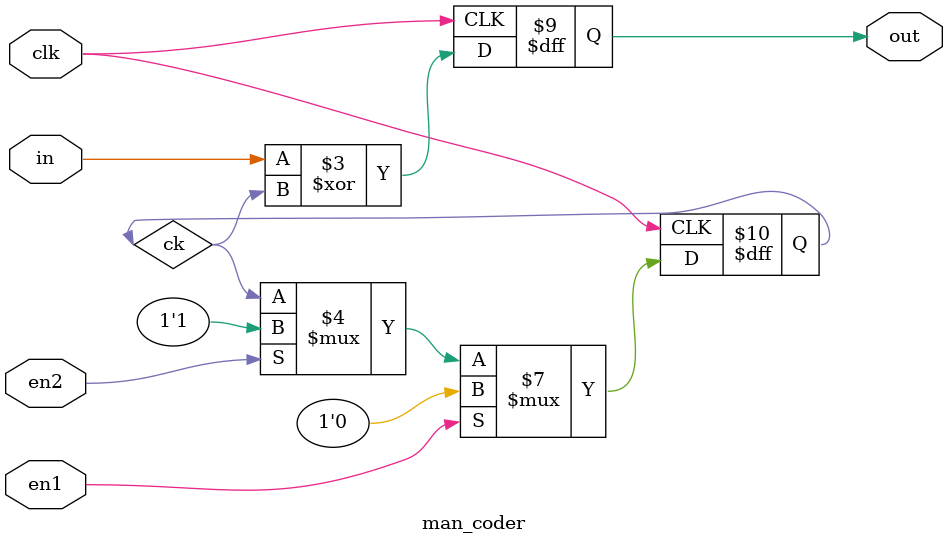
<source format=v>
module m_group2(clk,data_seq,noise_seq,arst,add0,out,en1,en_1);
input clk,arst,add0;
output data_seq,out;

output en1,en_1;

wire add;
key KEY(add0,add,clk);


wire en1,en2;

reg [3:0]state;
reg [12:0]div;

datarate_ctrl 
D1 (clk,
    div,
    en1,
    en2
);

always@(negedge add or negedge arst)
begin
	if(~arst)
		state<=0;
	else if(state==4'd9)
		state<=0;
	else 
		state<=state+1'b1;
end

always@(state)
case(state)
	4'd0:div<=13'h1388;
	4'd1:div<=13'd2500;
	4'd2:div<=13'h683;
	4'd3:div<=13'h4e2;
	4'd4:div<=13'h3e8;
	4'd5:div<=13'h341;
	4'd6:div<=13'h2ca;
	4'd7:div<=13'h271;
	4'd8:div<=13'h22c;
	4'd9:div<=13'h1f4;
	default:div<=13'h1388;
endcase

lfsr #(8, 9'h11D)
    data_lfsr1(clk, arst, en1, data_seq);

 man_coder Coder_data(clk,en1,en2,
    data_seq, out);   


//////////////////////////////////
parameter div1=13'd5;
wire en_1,en_2;
output noise_seq;

datarate_ctrl D2(clk,div1,en_1,en_2);
    
lfsr #(12, 13'h1033)
    data_lfsr2(clk, arst, en_1, noise_seq);

    
endmodule 

module datarate_ctrl

(   input clk,
    input [12:0] div,
    output en1,
    output en2
);
    reg [12:0] cnt;
    always@(posedge clk) begin
        if(cnt < div - 1'b1)
            cnt <= cnt + 1'b1;
        else
            cnt <= 1'b0;
    end
    assign en1 = (cnt == (div - 1'b1));
    assign en2 =(cnt == ((div >> 1) - 1'b1));
endmodule


module lfsr
#(  parameter W = 8,
    parameter POLY = 9'h11D)
(   input clk,
    input arst,
    input en,
    output out
);
    reg [W-1:0] sreg;
    assign out = sreg[0];
    always@(posedge clk or negedge arst) begin
        if(!arst) sreg <= 1'b1;
        else begin
            if(en) begin
                if(out) sreg <= (sreg >> 1) ^ (POLY >> 1);
                else sreg <= sreg >> 1;
            end
        end
    end
endmodule



module man_coder
(   input clk, input en1, input en2,
    input in, output reg out
);
    reg ck;
    always@(posedge clk) begin
        if(en1) ck <= 1'b0;
        else if(en2) ck <= 1'b1;
    end
    always@(posedge clk) begin
        out <= in ^ ck;
    end
endmodule





</source>
